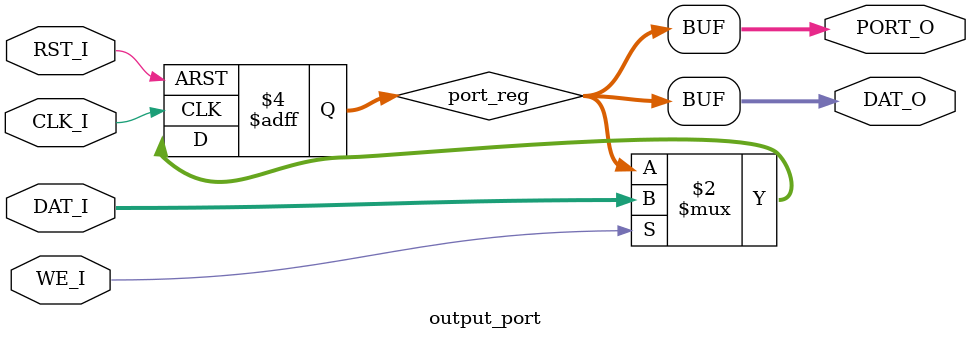
<source format=v>

module output_port
(
  input          CLK_I,
  input          RST_I,
  input          WE_I,
  input   [ 7:0] DAT_I,
  output  [ 7:0] DAT_O,
  output  [ 7:0] PORT_O
);

/////////////////////////////////////////////////////////////////////////////
//                                LOGIC
/////////////////////////////////////////////////////////////////////////////

reg   [7:0] port_reg;
localparam  port_rst = 8'd0;

always @(posedge CLK_I, posedge RST_I) begin
  if (RST_I) begin
    port_reg <= port_rst;
  end else if (WE_I) begin
    port_reg <= DAT_I;
  end
end

assign DAT_O = port_reg;
assign PORT_O = port_reg;

/////////////////////////////////////////////////////////////////////////////

endmodule



</source>
